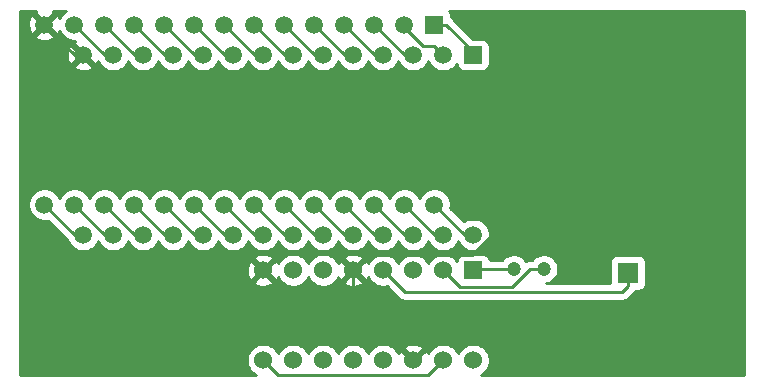
<source format=gbr>
G04 #@! TF.GenerationSoftware,KiCad,Pcbnew,(5.1.4-0-10_14)*
G04 #@! TF.CreationDate,2020-02-03T15:25:23+11:00*
G04 #@! TF.ProjectId,SmartWatch+,536d6172-7457-4617-9463-682b2e6b6963,rev?*
G04 #@! TF.SameCoordinates,Original*
G04 #@! TF.FileFunction,Copper,L1,Top*
G04 #@! TF.FilePolarity,Positive*
%FSLAX46Y46*%
G04 Gerber Fmt 4.6, Leading zero omitted, Abs format (unit mm)*
G04 Created by KiCad (PCBNEW (5.1.4-0-10_14)) date 2020-02-03 15:25:23*
%MOMM*%
%LPD*%
G04 APERTURE LIST*
%ADD10R,1.500000X1.500000*%
%ADD11C,1.500000*%
%ADD12R,1.524000X1.524000*%
%ADD13C,1.524000*%
%ADD14C,1.200000*%
%ADD15C,1.800000*%
%ADD16R,1.800000X1.800000*%
%ADD17C,0.250000*%
%ADD18C,0.254000*%
G04 APERTURE END LIST*
D10*
X56400700Y-22377400D03*
D11*
X53860700Y-22377400D03*
X51320700Y-22377400D03*
X48780700Y-22377400D03*
X46240700Y-22377400D03*
X43700700Y-22377400D03*
X41160700Y-22377400D03*
X38620700Y-22377400D03*
X36080700Y-22377400D03*
X33540700Y-22377400D03*
X31000700Y-22377400D03*
X28460700Y-22377400D03*
X25920700Y-22377400D03*
X23380700Y-22377400D03*
X23380700Y-37617400D03*
X25920700Y-37617400D03*
X28460700Y-37617400D03*
X31000700Y-37617400D03*
X33540700Y-37617400D03*
X36080700Y-37617400D03*
X38620700Y-37617400D03*
X41160700Y-37617400D03*
X43700700Y-37617400D03*
X46240700Y-37617400D03*
X48780700Y-37617400D03*
X51320700Y-37617400D03*
X53860700Y-37617400D03*
X56400700Y-37617400D03*
D10*
X59677300Y-24942800D03*
D11*
X57137300Y-24942800D03*
X54597300Y-24942800D03*
X52057300Y-24942800D03*
X49517300Y-24942800D03*
X46977300Y-24942800D03*
X44437300Y-24942800D03*
X41897300Y-24942800D03*
X39357300Y-24942800D03*
X36817300Y-24942800D03*
X34277300Y-24942800D03*
X31737300Y-24942800D03*
X29197300Y-24942800D03*
X26657300Y-24942800D03*
X26657300Y-40182800D03*
X29197300Y-40182800D03*
X31737300Y-40182800D03*
X34277300Y-40182800D03*
X36817300Y-40182800D03*
X39357300Y-40182800D03*
X41897300Y-40182800D03*
X44437300Y-40182800D03*
X46977300Y-40182800D03*
X49517300Y-40182800D03*
X52057300Y-40182800D03*
X54597300Y-40182800D03*
X57137300Y-40182800D03*
X59677300Y-40182800D03*
D12*
X59690000Y-43180000D03*
D13*
X57150000Y-43180000D03*
X54610000Y-43180000D03*
X52070000Y-43180000D03*
X49530000Y-43180000D03*
X46990000Y-43180000D03*
X44450000Y-43180000D03*
X41910000Y-43180000D03*
X41910000Y-50800000D03*
X44450000Y-50800000D03*
X46990000Y-50800000D03*
X49530000Y-50800000D03*
X52070000Y-50800000D03*
X54610000Y-50800000D03*
X57150000Y-50800000D03*
X59690000Y-50800000D03*
D14*
X63119000Y-43053000D03*
X65659000Y-43053000D03*
D15*
X72771000Y-26722000D03*
D16*
X72771000Y-43382000D03*
D17*
X59817000Y-43053000D02*
X59690000Y-43180000D01*
X63119000Y-43053000D02*
X59817000Y-43053000D01*
X58547000Y-44577000D02*
X57911999Y-43941999D01*
X62964002Y-44577000D02*
X58547000Y-44577000D01*
X64488002Y-43053000D02*
X62964002Y-44577000D01*
X57911999Y-43941999D02*
X57150000Y-43180000D01*
X65659000Y-43053000D02*
X64488002Y-43053000D01*
X25946100Y-24942800D02*
X26657300Y-24942800D01*
X23380700Y-22377400D02*
X25946100Y-24942800D01*
X42671999Y-42418001D02*
X41910000Y-43180000D01*
X43307000Y-41783000D02*
X42671999Y-42418001D01*
X48133000Y-41783000D02*
X43307000Y-41783000D01*
X49530000Y-43180000D02*
X48133000Y-41783000D01*
X49530000Y-45720000D02*
X54610000Y-50800000D01*
X49530000Y-43180000D02*
X49530000Y-45720000D01*
X59541102Y-41910000D02*
X50800000Y-41910000D01*
X50291999Y-42418001D02*
X49530000Y-43180000D01*
X50800000Y-41910000D02*
X50291999Y-42418001D01*
X72771000Y-28680102D02*
X59541102Y-41910000D01*
X72771000Y-26722000D02*
X72771000Y-28680102D01*
X28436500Y-26722000D02*
X72771000Y-26722000D01*
X26657300Y-24942800D02*
X28436500Y-26722000D01*
X52831999Y-43941999D02*
X52070000Y-43180000D01*
X53917010Y-45027010D02*
X52831999Y-43941999D01*
X72275990Y-45027010D02*
X53917010Y-45027010D01*
X72771000Y-44532000D02*
X72275990Y-45027010D01*
X72771000Y-43382000D02*
X72771000Y-44532000D01*
X56388001Y-51561999D02*
X57150000Y-50800000D01*
X55880000Y-52070000D02*
X56388001Y-51561999D01*
X43180000Y-52070000D02*
X55880000Y-52070000D01*
X41910000Y-50800000D02*
X43180000Y-52070000D01*
X25946100Y-40182800D02*
X26657300Y-40182800D01*
X23380700Y-37617400D02*
X25946100Y-40182800D01*
X28486100Y-40182800D02*
X29197300Y-40182800D01*
X25920700Y-37617400D02*
X28486100Y-40182800D01*
X31026100Y-40182800D02*
X31737300Y-40182800D01*
X28460700Y-37617400D02*
X31026100Y-40182800D01*
X33566100Y-40182800D02*
X34277300Y-40182800D01*
X31000700Y-37617400D02*
X33566100Y-40182800D01*
X36106100Y-40182800D02*
X36817300Y-40182800D01*
X33540700Y-37617400D02*
X36106100Y-40182800D01*
X38646100Y-40182800D02*
X39357300Y-40182800D01*
X36080700Y-37617400D02*
X38646100Y-40182800D01*
X41186100Y-40182800D02*
X41897300Y-40182800D01*
X38620700Y-37617400D02*
X41186100Y-40182800D01*
X43726100Y-40182800D02*
X44437300Y-40182800D01*
X41160700Y-37617400D02*
X43726100Y-40182800D01*
X46266100Y-40182800D02*
X46977300Y-40182800D01*
X43700700Y-37617400D02*
X46266100Y-40182800D01*
X48806100Y-40182800D02*
X49517300Y-40182800D01*
X46240700Y-37617400D02*
X48806100Y-40182800D01*
X51346100Y-40182800D02*
X52057300Y-40182800D01*
X48780700Y-37617400D02*
X51346100Y-40182800D01*
X53886100Y-40182800D02*
X54597300Y-40182800D01*
X51320700Y-37617400D02*
X53886100Y-40182800D01*
X56426100Y-40182800D02*
X57137300Y-40182800D01*
X53860700Y-37617400D02*
X56426100Y-40182800D01*
X58966100Y-40182800D02*
X59677300Y-40182800D01*
X56400700Y-37617400D02*
X58966100Y-40182800D01*
X28486100Y-24942800D02*
X29197300Y-24942800D01*
X25920700Y-22377400D02*
X28486100Y-24942800D01*
X31026100Y-24942800D02*
X31737300Y-24942800D01*
X28460700Y-22377400D02*
X31026100Y-24942800D01*
X33566100Y-24942800D02*
X34277300Y-24942800D01*
X31000700Y-22377400D02*
X33566100Y-24942800D01*
X36106100Y-24942800D02*
X36817300Y-24942800D01*
X33540700Y-22377400D02*
X36106100Y-24942800D01*
X38646100Y-24942800D02*
X39357300Y-24942800D01*
X36080700Y-22377400D02*
X38646100Y-24942800D01*
X41186100Y-24942800D02*
X41897300Y-24942800D01*
X38620700Y-22377400D02*
X41186100Y-24942800D01*
X43726100Y-24942800D02*
X44437300Y-24942800D01*
X41160700Y-22377400D02*
X43726100Y-24942800D01*
X46266100Y-24942800D02*
X46977300Y-24942800D01*
X43700700Y-22377400D02*
X46266100Y-24942800D01*
X48806100Y-24942800D02*
X49517300Y-24942800D01*
X46240700Y-22377400D02*
X48806100Y-24942800D01*
X51346100Y-24942800D02*
X52057300Y-24942800D01*
X48780700Y-22377400D02*
X51346100Y-24942800D01*
X53886100Y-24942800D02*
X54597300Y-24942800D01*
X51320700Y-22377400D02*
X53886100Y-24942800D01*
X56387301Y-24192801D02*
X57137300Y-24942800D01*
X55438303Y-24192801D02*
X56387301Y-24192801D01*
X53860700Y-22615198D02*
X55438303Y-24192801D01*
X53860700Y-22377400D02*
X53860700Y-22615198D01*
X59677300Y-24654000D02*
X59677300Y-24942800D01*
X57400700Y-22377400D02*
X59677300Y-24654000D01*
X56400700Y-22377400D02*
X57400700Y-22377400D01*
D18*
G36*
X22661071Y-21209850D02*
G01*
X22603312Y-21420407D01*
X23380700Y-22197795D01*
X24158088Y-21420407D01*
X24100649Y-21211016D01*
X25172084Y-21211885D01*
X25037814Y-21301601D01*
X24844901Y-21494514D01*
X24693329Y-21721357D01*
X24652189Y-21820679D01*
X24636977Y-21778568D01*
X24576560Y-21665537D01*
X24337693Y-21600012D01*
X23560305Y-22377400D01*
X24337693Y-23154788D01*
X24576560Y-23089263D01*
X24650864Y-22930923D01*
X24693329Y-23033443D01*
X24844901Y-23260286D01*
X25037814Y-23453199D01*
X25264657Y-23604771D01*
X25516711Y-23709175D01*
X25784289Y-23762400D01*
X25941196Y-23762400D01*
X25879912Y-23985807D01*
X26657300Y-24763195D01*
X26671443Y-24749053D01*
X26851048Y-24928658D01*
X26836905Y-24942800D01*
X27614293Y-25720188D01*
X27853160Y-25654663D01*
X27927464Y-25496323D01*
X27969929Y-25598843D01*
X28121501Y-25825686D01*
X28314414Y-26018599D01*
X28541257Y-26170171D01*
X28793311Y-26274575D01*
X29060889Y-26327800D01*
X29333711Y-26327800D01*
X29601289Y-26274575D01*
X29853343Y-26170171D01*
X30080186Y-26018599D01*
X30273099Y-25825686D01*
X30424671Y-25598843D01*
X30467300Y-25495927D01*
X30509929Y-25598843D01*
X30661501Y-25825686D01*
X30854414Y-26018599D01*
X31081257Y-26170171D01*
X31333311Y-26274575D01*
X31600889Y-26327800D01*
X31873711Y-26327800D01*
X32141289Y-26274575D01*
X32393343Y-26170171D01*
X32620186Y-26018599D01*
X32813099Y-25825686D01*
X32964671Y-25598843D01*
X33007300Y-25495927D01*
X33049929Y-25598843D01*
X33201501Y-25825686D01*
X33394414Y-26018599D01*
X33621257Y-26170171D01*
X33873311Y-26274575D01*
X34140889Y-26327800D01*
X34413711Y-26327800D01*
X34681289Y-26274575D01*
X34933343Y-26170171D01*
X35160186Y-26018599D01*
X35353099Y-25825686D01*
X35504671Y-25598843D01*
X35547300Y-25495927D01*
X35589929Y-25598843D01*
X35741501Y-25825686D01*
X35934414Y-26018599D01*
X36161257Y-26170171D01*
X36413311Y-26274575D01*
X36680889Y-26327800D01*
X36953711Y-26327800D01*
X37221289Y-26274575D01*
X37473343Y-26170171D01*
X37700186Y-26018599D01*
X37893099Y-25825686D01*
X38044671Y-25598843D01*
X38087300Y-25495927D01*
X38129929Y-25598843D01*
X38281501Y-25825686D01*
X38474414Y-26018599D01*
X38701257Y-26170171D01*
X38953311Y-26274575D01*
X39220889Y-26327800D01*
X39493711Y-26327800D01*
X39761289Y-26274575D01*
X40013343Y-26170171D01*
X40240186Y-26018599D01*
X40433099Y-25825686D01*
X40584671Y-25598843D01*
X40627300Y-25495927D01*
X40669929Y-25598843D01*
X40821501Y-25825686D01*
X41014414Y-26018599D01*
X41241257Y-26170171D01*
X41493311Y-26274575D01*
X41760889Y-26327800D01*
X42033711Y-26327800D01*
X42301289Y-26274575D01*
X42553343Y-26170171D01*
X42780186Y-26018599D01*
X42973099Y-25825686D01*
X43124671Y-25598843D01*
X43167300Y-25495927D01*
X43209929Y-25598843D01*
X43361501Y-25825686D01*
X43554414Y-26018599D01*
X43781257Y-26170171D01*
X44033311Y-26274575D01*
X44300889Y-26327800D01*
X44573711Y-26327800D01*
X44841289Y-26274575D01*
X45093343Y-26170171D01*
X45320186Y-26018599D01*
X45513099Y-25825686D01*
X45664671Y-25598843D01*
X45707300Y-25495927D01*
X45749929Y-25598843D01*
X45901501Y-25825686D01*
X46094414Y-26018599D01*
X46321257Y-26170171D01*
X46573311Y-26274575D01*
X46840889Y-26327800D01*
X47113711Y-26327800D01*
X47381289Y-26274575D01*
X47633343Y-26170171D01*
X47860186Y-26018599D01*
X48053099Y-25825686D01*
X48204671Y-25598843D01*
X48247300Y-25495927D01*
X48289929Y-25598843D01*
X48441501Y-25825686D01*
X48634414Y-26018599D01*
X48861257Y-26170171D01*
X49113311Y-26274575D01*
X49380889Y-26327800D01*
X49653711Y-26327800D01*
X49921289Y-26274575D01*
X50173343Y-26170171D01*
X50400186Y-26018599D01*
X50593099Y-25825686D01*
X50744671Y-25598843D01*
X50787300Y-25495927D01*
X50829929Y-25598843D01*
X50981501Y-25825686D01*
X51174414Y-26018599D01*
X51401257Y-26170171D01*
X51653311Y-26274575D01*
X51920889Y-26327800D01*
X52193711Y-26327800D01*
X52461289Y-26274575D01*
X52713343Y-26170171D01*
X52940186Y-26018599D01*
X53133099Y-25825686D01*
X53284671Y-25598843D01*
X53327300Y-25495927D01*
X53369929Y-25598843D01*
X53521501Y-25825686D01*
X53714414Y-26018599D01*
X53941257Y-26170171D01*
X54193311Y-26274575D01*
X54460889Y-26327800D01*
X54733711Y-26327800D01*
X55001289Y-26274575D01*
X55253343Y-26170171D01*
X55480186Y-26018599D01*
X55673099Y-25825686D01*
X55824671Y-25598843D01*
X55867300Y-25495927D01*
X55909929Y-25598843D01*
X56061501Y-25825686D01*
X56254414Y-26018599D01*
X56481257Y-26170171D01*
X56733311Y-26274575D01*
X57000889Y-26327800D01*
X57273711Y-26327800D01*
X57541289Y-26274575D01*
X57793343Y-26170171D01*
X58020186Y-26018599D01*
X58213099Y-25825686D01*
X58290855Y-25709317D01*
X58301488Y-25817282D01*
X58337798Y-25936980D01*
X58396763Y-26047294D01*
X58476115Y-26143985D01*
X58572806Y-26223337D01*
X58683120Y-26282302D01*
X58802818Y-26318612D01*
X58927300Y-26330872D01*
X60427300Y-26330872D01*
X60551782Y-26318612D01*
X60671480Y-26282302D01*
X60781794Y-26223337D01*
X60878485Y-26143985D01*
X60957837Y-26047294D01*
X61016802Y-25936980D01*
X61053112Y-25817282D01*
X61065372Y-25692800D01*
X61065372Y-24192800D01*
X61053112Y-24068318D01*
X61016802Y-23948620D01*
X60957837Y-23838306D01*
X60878485Y-23741615D01*
X60781794Y-23662263D01*
X60671480Y-23603298D01*
X60551782Y-23566988D01*
X60427300Y-23554728D01*
X59652830Y-23554728D01*
X57964504Y-21866403D01*
X57940701Y-21837399D01*
X57824976Y-21742426D01*
X57788772Y-21723074D01*
X57788772Y-21627400D01*
X57776512Y-21502918D01*
X57740202Y-21383220D01*
X57681237Y-21272906D01*
X57652760Y-21238206D01*
X82627001Y-21258445D01*
X82627000Y-52020555D01*
X60350291Y-52038600D01*
X60351727Y-52038005D01*
X60580535Y-51885120D01*
X60775120Y-51690535D01*
X60928005Y-51461727D01*
X61033314Y-51207490D01*
X61087000Y-50937592D01*
X61087000Y-50662408D01*
X61033314Y-50392510D01*
X60928005Y-50138273D01*
X60775120Y-49909465D01*
X60580535Y-49714880D01*
X60351727Y-49561995D01*
X60097490Y-49456686D01*
X59827592Y-49403000D01*
X59552408Y-49403000D01*
X59282510Y-49456686D01*
X59028273Y-49561995D01*
X58799465Y-49714880D01*
X58604880Y-49909465D01*
X58451995Y-50138273D01*
X58420000Y-50215515D01*
X58388005Y-50138273D01*
X58235120Y-49909465D01*
X58040535Y-49714880D01*
X57811727Y-49561995D01*
X57557490Y-49456686D01*
X57287592Y-49403000D01*
X57012408Y-49403000D01*
X56742510Y-49456686D01*
X56488273Y-49561995D01*
X56259465Y-49714880D01*
X56064880Y-49909465D01*
X55911995Y-50138273D01*
X55882308Y-50209943D01*
X55877636Y-50196977D01*
X55815656Y-50081020D01*
X55575565Y-50014040D01*
X54789605Y-50800000D01*
X54803748Y-50814143D01*
X54624143Y-50993748D01*
X54610000Y-50979605D01*
X54595858Y-50993748D01*
X54416253Y-50814143D01*
X54430395Y-50800000D01*
X53644435Y-50014040D01*
X53404344Y-50081020D01*
X53340515Y-50216760D01*
X53308005Y-50138273D01*
X53155120Y-49909465D01*
X53080090Y-49834435D01*
X53824040Y-49834435D01*
X54610000Y-50620395D01*
X55395960Y-49834435D01*
X55328980Y-49594344D01*
X55079952Y-49477244D01*
X54812865Y-49410977D01*
X54537983Y-49398090D01*
X54265867Y-49439078D01*
X54006977Y-49532364D01*
X53891020Y-49594344D01*
X53824040Y-49834435D01*
X53080090Y-49834435D01*
X52960535Y-49714880D01*
X52731727Y-49561995D01*
X52477490Y-49456686D01*
X52207592Y-49403000D01*
X51932408Y-49403000D01*
X51662510Y-49456686D01*
X51408273Y-49561995D01*
X51179465Y-49714880D01*
X50984880Y-49909465D01*
X50831995Y-50138273D01*
X50800000Y-50215515D01*
X50768005Y-50138273D01*
X50615120Y-49909465D01*
X50420535Y-49714880D01*
X50191727Y-49561995D01*
X49937490Y-49456686D01*
X49667592Y-49403000D01*
X49392408Y-49403000D01*
X49122510Y-49456686D01*
X48868273Y-49561995D01*
X48639465Y-49714880D01*
X48444880Y-49909465D01*
X48291995Y-50138273D01*
X48260000Y-50215515D01*
X48228005Y-50138273D01*
X48075120Y-49909465D01*
X47880535Y-49714880D01*
X47651727Y-49561995D01*
X47397490Y-49456686D01*
X47127592Y-49403000D01*
X46852408Y-49403000D01*
X46582510Y-49456686D01*
X46328273Y-49561995D01*
X46099465Y-49714880D01*
X45904880Y-49909465D01*
X45751995Y-50138273D01*
X45720000Y-50215515D01*
X45688005Y-50138273D01*
X45535120Y-49909465D01*
X45340535Y-49714880D01*
X45111727Y-49561995D01*
X44857490Y-49456686D01*
X44587592Y-49403000D01*
X44312408Y-49403000D01*
X44042510Y-49456686D01*
X43788273Y-49561995D01*
X43559465Y-49714880D01*
X43364880Y-49909465D01*
X43211995Y-50138273D01*
X43180000Y-50215515D01*
X43148005Y-50138273D01*
X42995120Y-49909465D01*
X42800535Y-49714880D01*
X42571727Y-49561995D01*
X42317490Y-49456686D01*
X42047592Y-49403000D01*
X41772408Y-49403000D01*
X41502510Y-49456686D01*
X41248273Y-49561995D01*
X41019465Y-49714880D01*
X40824880Y-49909465D01*
X40671995Y-50138273D01*
X40566686Y-50392510D01*
X40513000Y-50662408D01*
X40513000Y-50937592D01*
X40566686Y-51207490D01*
X40671995Y-51461727D01*
X40824880Y-51690535D01*
X41019465Y-51885120D01*
X41248273Y-52038005D01*
X41286990Y-52054042D01*
X21284940Y-52070245D01*
X21291183Y-44145565D01*
X41124040Y-44145565D01*
X41191020Y-44385656D01*
X41440048Y-44502756D01*
X41707135Y-44569023D01*
X41982017Y-44581910D01*
X42254133Y-44540922D01*
X42513023Y-44447636D01*
X42628980Y-44385656D01*
X42695960Y-44145565D01*
X41910000Y-43359605D01*
X41124040Y-44145565D01*
X21291183Y-44145565D01*
X21291888Y-43252017D01*
X40508090Y-43252017D01*
X40549078Y-43524133D01*
X40642364Y-43783023D01*
X40704344Y-43898980D01*
X40944435Y-43965960D01*
X41730395Y-43180000D01*
X42089605Y-43180000D01*
X42875565Y-43965960D01*
X43115656Y-43898980D01*
X43179485Y-43763240D01*
X43211995Y-43841727D01*
X43364880Y-44070535D01*
X43559465Y-44265120D01*
X43788273Y-44418005D01*
X44042510Y-44523314D01*
X44312408Y-44577000D01*
X44587592Y-44577000D01*
X44857490Y-44523314D01*
X45111727Y-44418005D01*
X45340535Y-44265120D01*
X45535120Y-44070535D01*
X45688005Y-43841727D01*
X45720000Y-43764485D01*
X45751995Y-43841727D01*
X45904880Y-44070535D01*
X46099465Y-44265120D01*
X46328273Y-44418005D01*
X46582510Y-44523314D01*
X46852408Y-44577000D01*
X47127592Y-44577000D01*
X47397490Y-44523314D01*
X47651727Y-44418005D01*
X47880535Y-44265120D01*
X48000090Y-44145565D01*
X48744040Y-44145565D01*
X48811020Y-44385656D01*
X49060048Y-44502756D01*
X49327135Y-44569023D01*
X49602017Y-44581910D01*
X49874133Y-44540922D01*
X50133023Y-44447636D01*
X50248980Y-44385656D01*
X50315960Y-44145565D01*
X49530000Y-43359605D01*
X48744040Y-44145565D01*
X48000090Y-44145565D01*
X48075120Y-44070535D01*
X48228005Y-43841727D01*
X48257692Y-43770057D01*
X48262364Y-43783023D01*
X48324344Y-43898980D01*
X48564435Y-43965960D01*
X49350395Y-43180000D01*
X49709605Y-43180000D01*
X50495565Y-43965960D01*
X50735656Y-43898980D01*
X50799485Y-43763240D01*
X50831995Y-43841727D01*
X50984880Y-44070535D01*
X51179465Y-44265120D01*
X51408273Y-44418005D01*
X51662510Y-44523314D01*
X51932408Y-44577000D01*
X52207592Y-44577000D01*
X52361571Y-44546372D01*
X53353211Y-45538013D01*
X53377009Y-45567011D01*
X53492734Y-45661984D01*
X53624763Y-45732556D01*
X53768024Y-45776013D01*
X53879677Y-45787010D01*
X53879686Y-45787010D01*
X53917009Y-45790686D01*
X53954332Y-45787010D01*
X72238668Y-45787010D01*
X72275990Y-45790686D01*
X72313312Y-45787010D01*
X72313323Y-45787010D01*
X72424976Y-45776013D01*
X72568237Y-45732556D01*
X72700266Y-45661984D01*
X72815991Y-45567011D01*
X72839794Y-45538007D01*
X73281997Y-45095804D01*
X73311001Y-45072001D01*
X73405974Y-44956276D01*
X73425326Y-44920072D01*
X73671000Y-44920072D01*
X73795482Y-44907812D01*
X73915180Y-44871502D01*
X74025494Y-44812537D01*
X74122185Y-44733185D01*
X74201537Y-44636494D01*
X74260502Y-44526180D01*
X74296812Y-44406482D01*
X74309072Y-44282000D01*
X74309072Y-42482000D01*
X74296812Y-42357518D01*
X74260502Y-42237820D01*
X74201537Y-42127506D01*
X74122185Y-42030815D01*
X74025494Y-41951463D01*
X73915180Y-41892498D01*
X73795482Y-41856188D01*
X73671000Y-41843928D01*
X71871000Y-41843928D01*
X71746518Y-41856188D01*
X71626820Y-41892498D01*
X71516506Y-41951463D01*
X71419815Y-42030815D01*
X71340463Y-42127506D01*
X71281498Y-42237820D01*
X71245188Y-42357518D01*
X71232928Y-42482000D01*
X71232928Y-44267010D01*
X65886162Y-44267010D01*
X66019236Y-44240540D01*
X66243992Y-44147443D01*
X66446267Y-44012287D01*
X66618287Y-43840267D01*
X66753443Y-43637992D01*
X66846540Y-43413236D01*
X66894000Y-43174637D01*
X66894000Y-42931363D01*
X66846540Y-42692764D01*
X66753443Y-42468008D01*
X66618287Y-42265733D01*
X66446267Y-42093713D01*
X66243992Y-41958557D01*
X66019236Y-41865460D01*
X65780637Y-41818000D01*
X65537363Y-41818000D01*
X65298764Y-41865460D01*
X65074008Y-41958557D01*
X64871733Y-42093713D01*
X64699713Y-42265733D01*
X64681494Y-42293000D01*
X64525324Y-42293000D01*
X64488001Y-42289324D01*
X64450678Y-42293000D01*
X64450669Y-42293000D01*
X64339016Y-42303997D01*
X64195755Y-42347454D01*
X64149435Y-42372213D01*
X64078287Y-42265733D01*
X63906267Y-42093713D01*
X63703992Y-41958557D01*
X63479236Y-41865460D01*
X63240637Y-41818000D01*
X62997363Y-41818000D01*
X62758764Y-41865460D01*
X62534008Y-41958557D01*
X62331733Y-42093713D01*
X62159713Y-42265733D01*
X62141494Y-42293000D01*
X61077655Y-42293000D01*
X61041502Y-42173820D01*
X60982537Y-42063506D01*
X60903185Y-41966815D01*
X60806494Y-41887463D01*
X60696180Y-41828498D01*
X60576482Y-41792188D01*
X60452000Y-41779928D01*
X58928000Y-41779928D01*
X58803518Y-41792188D01*
X58683820Y-41828498D01*
X58573506Y-41887463D01*
X58476815Y-41966815D01*
X58397463Y-42063506D01*
X58338498Y-42173820D01*
X58302188Y-42293518D01*
X58293920Y-42377465D01*
X58235120Y-42289465D01*
X58040535Y-42094880D01*
X57811727Y-41941995D01*
X57557490Y-41836686D01*
X57287592Y-41783000D01*
X57012408Y-41783000D01*
X56742510Y-41836686D01*
X56488273Y-41941995D01*
X56259465Y-42094880D01*
X56064880Y-42289465D01*
X55911995Y-42518273D01*
X55880000Y-42595515D01*
X55848005Y-42518273D01*
X55695120Y-42289465D01*
X55500535Y-42094880D01*
X55271727Y-41941995D01*
X55017490Y-41836686D01*
X54747592Y-41783000D01*
X54472408Y-41783000D01*
X54202510Y-41836686D01*
X53948273Y-41941995D01*
X53719465Y-42094880D01*
X53524880Y-42289465D01*
X53371995Y-42518273D01*
X53340000Y-42595515D01*
X53308005Y-42518273D01*
X53155120Y-42289465D01*
X52960535Y-42094880D01*
X52731727Y-41941995D01*
X52477490Y-41836686D01*
X52207592Y-41783000D01*
X51932408Y-41783000D01*
X51662510Y-41836686D01*
X51408273Y-41941995D01*
X51179465Y-42094880D01*
X50984880Y-42289465D01*
X50831995Y-42518273D01*
X50802308Y-42589943D01*
X50797636Y-42576977D01*
X50735656Y-42461020D01*
X50495565Y-42394040D01*
X49709605Y-43180000D01*
X49350395Y-43180000D01*
X48564435Y-42394040D01*
X48324344Y-42461020D01*
X48260515Y-42596760D01*
X48228005Y-42518273D01*
X48075120Y-42289465D01*
X48000090Y-42214435D01*
X48744040Y-42214435D01*
X49530000Y-43000395D01*
X50315960Y-42214435D01*
X50248980Y-41974344D01*
X49999952Y-41857244D01*
X49732865Y-41790977D01*
X49457983Y-41778090D01*
X49185867Y-41819078D01*
X48926977Y-41912364D01*
X48811020Y-41974344D01*
X48744040Y-42214435D01*
X48000090Y-42214435D01*
X47880535Y-42094880D01*
X47651727Y-41941995D01*
X47397490Y-41836686D01*
X47127592Y-41783000D01*
X46852408Y-41783000D01*
X46582510Y-41836686D01*
X46328273Y-41941995D01*
X46099465Y-42094880D01*
X45904880Y-42289465D01*
X45751995Y-42518273D01*
X45720000Y-42595515D01*
X45688005Y-42518273D01*
X45535120Y-42289465D01*
X45340535Y-42094880D01*
X45111727Y-41941995D01*
X44857490Y-41836686D01*
X44587592Y-41783000D01*
X44312408Y-41783000D01*
X44042510Y-41836686D01*
X43788273Y-41941995D01*
X43559465Y-42094880D01*
X43364880Y-42289465D01*
X43211995Y-42518273D01*
X43182308Y-42589943D01*
X43177636Y-42576977D01*
X43115656Y-42461020D01*
X42875565Y-42394040D01*
X42089605Y-43180000D01*
X41730395Y-43180000D01*
X40944435Y-42394040D01*
X40704344Y-42461020D01*
X40587244Y-42710048D01*
X40520977Y-42977135D01*
X40508090Y-43252017D01*
X21291888Y-43252017D01*
X21292705Y-42214435D01*
X41124040Y-42214435D01*
X41910000Y-43000395D01*
X42695960Y-42214435D01*
X42628980Y-41974344D01*
X42379952Y-41857244D01*
X42112865Y-41790977D01*
X41837983Y-41778090D01*
X41565867Y-41819078D01*
X41306977Y-41912364D01*
X41191020Y-41974344D01*
X41124040Y-42214435D01*
X21292705Y-42214435D01*
X21296436Y-37480989D01*
X21995700Y-37480989D01*
X21995700Y-37753811D01*
X22048925Y-38021389D01*
X22153329Y-38273443D01*
X22304901Y-38500286D01*
X22497814Y-38693199D01*
X22724657Y-38844771D01*
X22976711Y-38949175D01*
X23244289Y-39002400D01*
X23517111Y-39002400D01*
X23662065Y-38973567D01*
X25361049Y-40672552D01*
X25429929Y-40838843D01*
X25581501Y-41065686D01*
X25774414Y-41258599D01*
X26001257Y-41410171D01*
X26253311Y-41514575D01*
X26520889Y-41567800D01*
X26793711Y-41567800D01*
X27061289Y-41514575D01*
X27313343Y-41410171D01*
X27540186Y-41258599D01*
X27733099Y-41065686D01*
X27884671Y-40838843D01*
X27927300Y-40735927D01*
X27969929Y-40838843D01*
X28121501Y-41065686D01*
X28314414Y-41258599D01*
X28541257Y-41410171D01*
X28793311Y-41514575D01*
X29060889Y-41567800D01*
X29333711Y-41567800D01*
X29601289Y-41514575D01*
X29853343Y-41410171D01*
X30080186Y-41258599D01*
X30273099Y-41065686D01*
X30424671Y-40838843D01*
X30467300Y-40735927D01*
X30509929Y-40838843D01*
X30661501Y-41065686D01*
X30854414Y-41258599D01*
X31081257Y-41410171D01*
X31333311Y-41514575D01*
X31600889Y-41567800D01*
X31873711Y-41567800D01*
X32141289Y-41514575D01*
X32393343Y-41410171D01*
X32620186Y-41258599D01*
X32813099Y-41065686D01*
X32964671Y-40838843D01*
X33007300Y-40735927D01*
X33049929Y-40838843D01*
X33201501Y-41065686D01*
X33394414Y-41258599D01*
X33621257Y-41410171D01*
X33873311Y-41514575D01*
X34140889Y-41567800D01*
X34413711Y-41567800D01*
X34681289Y-41514575D01*
X34933343Y-41410171D01*
X35160186Y-41258599D01*
X35353099Y-41065686D01*
X35504671Y-40838843D01*
X35547300Y-40735927D01*
X35589929Y-40838843D01*
X35741501Y-41065686D01*
X35934414Y-41258599D01*
X36161257Y-41410171D01*
X36413311Y-41514575D01*
X36680889Y-41567800D01*
X36953711Y-41567800D01*
X37221289Y-41514575D01*
X37473343Y-41410171D01*
X37700186Y-41258599D01*
X37893099Y-41065686D01*
X38044671Y-40838843D01*
X38087300Y-40735927D01*
X38129929Y-40838843D01*
X38281501Y-41065686D01*
X38474414Y-41258599D01*
X38701257Y-41410171D01*
X38953311Y-41514575D01*
X39220889Y-41567800D01*
X39493711Y-41567800D01*
X39761289Y-41514575D01*
X40013343Y-41410171D01*
X40240186Y-41258599D01*
X40433099Y-41065686D01*
X40584671Y-40838843D01*
X40627300Y-40735927D01*
X40669929Y-40838843D01*
X40821501Y-41065686D01*
X41014414Y-41258599D01*
X41241257Y-41410171D01*
X41493311Y-41514575D01*
X41760889Y-41567800D01*
X42033711Y-41567800D01*
X42301289Y-41514575D01*
X42553343Y-41410171D01*
X42780186Y-41258599D01*
X42973099Y-41065686D01*
X43124671Y-40838843D01*
X43167300Y-40735927D01*
X43209929Y-40838843D01*
X43361501Y-41065686D01*
X43554414Y-41258599D01*
X43781257Y-41410171D01*
X44033311Y-41514575D01*
X44300889Y-41567800D01*
X44573711Y-41567800D01*
X44841289Y-41514575D01*
X45093343Y-41410171D01*
X45320186Y-41258599D01*
X45513099Y-41065686D01*
X45664671Y-40838843D01*
X45707300Y-40735927D01*
X45749929Y-40838843D01*
X45901501Y-41065686D01*
X46094414Y-41258599D01*
X46321257Y-41410171D01*
X46573311Y-41514575D01*
X46840889Y-41567800D01*
X47113711Y-41567800D01*
X47381289Y-41514575D01*
X47633343Y-41410171D01*
X47860186Y-41258599D01*
X48053099Y-41065686D01*
X48204671Y-40838843D01*
X48247300Y-40735927D01*
X48289929Y-40838843D01*
X48441501Y-41065686D01*
X48634414Y-41258599D01*
X48861257Y-41410171D01*
X49113311Y-41514575D01*
X49380889Y-41567800D01*
X49653711Y-41567800D01*
X49921289Y-41514575D01*
X50173343Y-41410171D01*
X50400186Y-41258599D01*
X50593099Y-41065686D01*
X50744671Y-40838843D01*
X50787300Y-40735927D01*
X50829929Y-40838843D01*
X50981501Y-41065686D01*
X51174414Y-41258599D01*
X51401257Y-41410171D01*
X51653311Y-41514575D01*
X51920889Y-41567800D01*
X52193711Y-41567800D01*
X52461289Y-41514575D01*
X52713343Y-41410171D01*
X52940186Y-41258599D01*
X53133099Y-41065686D01*
X53284671Y-40838843D01*
X53327300Y-40735927D01*
X53369929Y-40838843D01*
X53521501Y-41065686D01*
X53714414Y-41258599D01*
X53941257Y-41410171D01*
X54193311Y-41514575D01*
X54460889Y-41567800D01*
X54733711Y-41567800D01*
X55001289Y-41514575D01*
X55253343Y-41410171D01*
X55480186Y-41258599D01*
X55673099Y-41065686D01*
X55824671Y-40838843D01*
X55867300Y-40735927D01*
X55909929Y-40838843D01*
X56061501Y-41065686D01*
X56254414Y-41258599D01*
X56481257Y-41410171D01*
X56733311Y-41514575D01*
X57000889Y-41567800D01*
X57273711Y-41567800D01*
X57541289Y-41514575D01*
X57793343Y-41410171D01*
X58020186Y-41258599D01*
X58213099Y-41065686D01*
X58364671Y-40838843D01*
X58407300Y-40735927D01*
X58449929Y-40838843D01*
X58601501Y-41065686D01*
X58794414Y-41258599D01*
X59021257Y-41410171D01*
X59273311Y-41514575D01*
X59540889Y-41567800D01*
X59813711Y-41567800D01*
X60081289Y-41514575D01*
X60333343Y-41410171D01*
X60560186Y-41258599D01*
X60753099Y-41065686D01*
X60904671Y-40838843D01*
X61009075Y-40586789D01*
X61062300Y-40319211D01*
X61062300Y-40046389D01*
X61009075Y-39778811D01*
X60904671Y-39526757D01*
X60753099Y-39299914D01*
X60560186Y-39107001D01*
X60333343Y-38955429D01*
X60081289Y-38851025D01*
X59813711Y-38797800D01*
X59540889Y-38797800D01*
X59273311Y-38851025D01*
X59021257Y-38955429D01*
X58896735Y-39038632D01*
X57756867Y-37898765D01*
X57785700Y-37753811D01*
X57785700Y-37480989D01*
X57732475Y-37213411D01*
X57628071Y-36961357D01*
X57476499Y-36734514D01*
X57283586Y-36541601D01*
X57056743Y-36390029D01*
X56804689Y-36285625D01*
X56537111Y-36232400D01*
X56264289Y-36232400D01*
X55996711Y-36285625D01*
X55744657Y-36390029D01*
X55517814Y-36541601D01*
X55324901Y-36734514D01*
X55173329Y-36961357D01*
X55130700Y-37064273D01*
X55088071Y-36961357D01*
X54936499Y-36734514D01*
X54743586Y-36541601D01*
X54516743Y-36390029D01*
X54264689Y-36285625D01*
X53997111Y-36232400D01*
X53724289Y-36232400D01*
X53456711Y-36285625D01*
X53204657Y-36390029D01*
X52977814Y-36541601D01*
X52784901Y-36734514D01*
X52633329Y-36961357D01*
X52590700Y-37064273D01*
X52548071Y-36961357D01*
X52396499Y-36734514D01*
X52203586Y-36541601D01*
X51976743Y-36390029D01*
X51724689Y-36285625D01*
X51457111Y-36232400D01*
X51184289Y-36232400D01*
X50916711Y-36285625D01*
X50664657Y-36390029D01*
X50437814Y-36541601D01*
X50244901Y-36734514D01*
X50093329Y-36961357D01*
X50050700Y-37064273D01*
X50008071Y-36961357D01*
X49856499Y-36734514D01*
X49663586Y-36541601D01*
X49436743Y-36390029D01*
X49184689Y-36285625D01*
X48917111Y-36232400D01*
X48644289Y-36232400D01*
X48376711Y-36285625D01*
X48124657Y-36390029D01*
X47897814Y-36541601D01*
X47704901Y-36734514D01*
X47553329Y-36961357D01*
X47510700Y-37064273D01*
X47468071Y-36961357D01*
X47316499Y-36734514D01*
X47123586Y-36541601D01*
X46896743Y-36390029D01*
X46644689Y-36285625D01*
X46377111Y-36232400D01*
X46104289Y-36232400D01*
X45836711Y-36285625D01*
X45584657Y-36390029D01*
X45357814Y-36541601D01*
X45164901Y-36734514D01*
X45013329Y-36961357D01*
X44970700Y-37064273D01*
X44928071Y-36961357D01*
X44776499Y-36734514D01*
X44583586Y-36541601D01*
X44356743Y-36390029D01*
X44104689Y-36285625D01*
X43837111Y-36232400D01*
X43564289Y-36232400D01*
X43296711Y-36285625D01*
X43044657Y-36390029D01*
X42817814Y-36541601D01*
X42624901Y-36734514D01*
X42473329Y-36961357D01*
X42430700Y-37064273D01*
X42388071Y-36961357D01*
X42236499Y-36734514D01*
X42043586Y-36541601D01*
X41816743Y-36390029D01*
X41564689Y-36285625D01*
X41297111Y-36232400D01*
X41024289Y-36232400D01*
X40756711Y-36285625D01*
X40504657Y-36390029D01*
X40277814Y-36541601D01*
X40084901Y-36734514D01*
X39933329Y-36961357D01*
X39890700Y-37064273D01*
X39848071Y-36961357D01*
X39696499Y-36734514D01*
X39503586Y-36541601D01*
X39276743Y-36390029D01*
X39024689Y-36285625D01*
X38757111Y-36232400D01*
X38484289Y-36232400D01*
X38216711Y-36285625D01*
X37964657Y-36390029D01*
X37737814Y-36541601D01*
X37544901Y-36734514D01*
X37393329Y-36961357D01*
X37350700Y-37064273D01*
X37308071Y-36961357D01*
X37156499Y-36734514D01*
X36963586Y-36541601D01*
X36736743Y-36390029D01*
X36484689Y-36285625D01*
X36217111Y-36232400D01*
X35944289Y-36232400D01*
X35676711Y-36285625D01*
X35424657Y-36390029D01*
X35197814Y-36541601D01*
X35004901Y-36734514D01*
X34853329Y-36961357D01*
X34810700Y-37064273D01*
X34768071Y-36961357D01*
X34616499Y-36734514D01*
X34423586Y-36541601D01*
X34196743Y-36390029D01*
X33944689Y-36285625D01*
X33677111Y-36232400D01*
X33404289Y-36232400D01*
X33136711Y-36285625D01*
X32884657Y-36390029D01*
X32657814Y-36541601D01*
X32464901Y-36734514D01*
X32313329Y-36961357D01*
X32270700Y-37064273D01*
X32228071Y-36961357D01*
X32076499Y-36734514D01*
X31883586Y-36541601D01*
X31656743Y-36390029D01*
X31404689Y-36285625D01*
X31137111Y-36232400D01*
X30864289Y-36232400D01*
X30596711Y-36285625D01*
X30344657Y-36390029D01*
X30117814Y-36541601D01*
X29924901Y-36734514D01*
X29773329Y-36961357D01*
X29730700Y-37064273D01*
X29688071Y-36961357D01*
X29536499Y-36734514D01*
X29343586Y-36541601D01*
X29116743Y-36390029D01*
X28864689Y-36285625D01*
X28597111Y-36232400D01*
X28324289Y-36232400D01*
X28056711Y-36285625D01*
X27804657Y-36390029D01*
X27577814Y-36541601D01*
X27384901Y-36734514D01*
X27233329Y-36961357D01*
X27190700Y-37064273D01*
X27148071Y-36961357D01*
X26996499Y-36734514D01*
X26803586Y-36541601D01*
X26576743Y-36390029D01*
X26324689Y-36285625D01*
X26057111Y-36232400D01*
X25784289Y-36232400D01*
X25516711Y-36285625D01*
X25264657Y-36390029D01*
X25037814Y-36541601D01*
X24844901Y-36734514D01*
X24693329Y-36961357D01*
X24650700Y-37064273D01*
X24608071Y-36961357D01*
X24456499Y-36734514D01*
X24263586Y-36541601D01*
X24036743Y-36390029D01*
X23784689Y-36285625D01*
X23517111Y-36232400D01*
X23244289Y-36232400D01*
X22976711Y-36285625D01*
X22724657Y-36390029D01*
X22497814Y-36541601D01*
X22304901Y-36734514D01*
X22153329Y-36961357D01*
X22048925Y-37213411D01*
X21995700Y-37480989D01*
X21296436Y-37480989D01*
X21305561Y-25899793D01*
X25879912Y-25899793D01*
X25945437Y-26138660D01*
X26192416Y-26254560D01*
X26457260Y-26320050D01*
X26729792Y-26332612D01*
X26999538Y-26291765D01*
X27256132Y-26199077D01*
X27369163Y-26138660D01*
X27434688Y-25899793D01*
X26657300Y-25122405D01*
X25879912Y-25899793D01*
X21305561Y-25899793D01*
X21306258Y-25015292D01*
X25267488Y-25015292D01*
X25308335Y-25285038D01*
X25401023Y-25541632D01*
X25461440Y-25654663D01*
X25700307Y-25720188D01*
X26477695Y-24942800D01*
X25700307Y-24165412D01*
X25461440Y-24230937D01*
X25345540Y-24477916D01*
X25280050Y-24742760D01*
X25267488Y-25015292D01*
X21306258Y-25015292D01*
X21307583Y-23334393D01*
X22603312Y-23334393D01*
X22668837Y-23573260D01*
X22915816Y-23689160D01*
X23180660Y-23754650D01*
X23453192Y-23767212D01*
X23722938Y-23726365D01*
X23979532Y-23633677D01*
X24092563Y-23573260D01*
X24158088Y-23334393D01*
X23380700Y-22557005D01*
X22603312Y-23334393D01*
X21307583Y-23334393D01*
X21308281Y-22449892D01*
X21990888Y-22449892D01*
X22031735Y-22719638D01*
X22124423Y-22976232D01*
X22184840Y-23089263D01*
X22423707Y-23154788D01*
X23201095Y-22377400D01*
X22423707Y-21600012D01*
X22184840Y-21665537D01*
X22068940Y-21912516D01*
X22003450Y-22177360D01*
X21990888Y-22449892D01*
X21308281Y-22449892D01*
X21309260Y-21208754D01*
X22661071Y-21209850D01*
X22661071Y-21209850D01*
G37*
X22661071Y-21209850D02*
X22603312Y-21420407D01*
X23380700Y-22197795D01*
X24158088Y-21420407D01*
X24100649Y-21211016D01*
X25172084Y-21211885D01*
X25037814Y-21301601D01*
X24844901Y-21494514D01*
X24693329Y-21721357D01*
X24652189Y-21820679D01*
X24636977Y-21778568D01*
X24576560Y-21665537D01*
X24337693Y-21600012D01*
X23560305Y-22377400D01*
X24337693Y-23154788D01*
X24576560Y-23089263D01*
X24650864Y-22930923D01*
X24693329Y-23033443D01*
X24844901Y-23260286D01*
X25037814Y-23453199D01*
X25264657Y-23604771D01*
X25516711Y-23709175D01*
X25784289Y-23762400D01*
X25941196Y-23762400D01*
X25879912Y-23985807D01*
X26657300Y-24763195D01*
X26671443Y-24749053D01*
X26851048Y-24928658D01*
X26836905Y-24942800D01*
X27614293Y-25720188D01*
X27853160Y-25654663D01*
X27927464Y-25496323D01*
X27969929Y-25598843D01*
X28121501Y-25825686D01*
X28314414Y-26018599D01*
X28541257Y-26170171D01*
X28793311Y-26274575D01*
X29060889Y-26327800D01*
X29333711Y-26327800D01*
X29601289Y-26274575D01*
X29853343Y-26170171D01*
X30080186Y-26018599D01*
X30273099Y-25825686D01*
X30424671Y-25598843D01*
X30467300Y-25495927D01*
X30509929Y-25598843D01*
X30661501Y-25825686D01*
X30854414Y-26018599D01*
X31081257Y-26170171D01*
X31333311Y-26274575D01*
X31600889Y-26327800D01*
X31873711Y-26327800D01*
X32141289Y-26274575D01*
X32393343Y-26170171D01*
X32620186Y-26018599D01*
X32813099Y-25825686D01*
X32964671Y-25598843D01*
X33007300Y-25495927D01*
X33049929Y-25598843D01*
X33201501Y-25825686D01*
X33394414Y-26018599D01*
X33621257Y-26170171D01*
X33873311Y-26274575D01*
X34140889Y-26327800D01*
X34413711Y-26327800D01*
X34681289Y-26274575D01*
X34933343Y-26170171D01*
X35160186Y-26018599D01*
X35353099Y-25825686D01*
X35504671Y-25598843D01*
X35547300Y-25495927D01*
X35589929Y-25598843D01*
X35741501Y-25825686D01*
X35934414Y-26018599D01*
X36161257Y-26170171D01*
X36413311Y-26274575D01*
X36680889Y-26327800D01*
X36953711Y-26327800D01*
X37221289Y-26274575D01*
X37473343Y-26170171D01*
X37700186Y-26018599D01*
X37893099Y-25825686D01*
X38044671Y-25598843D01*
X38087300Y-25495927D01*
X38129929Y-25598843D01*
X38281501Y-25825686D01*
X38474414Y-26018599D01*
X38701257Y-26170171D01*
X38953311Y-26274575D01*
X39220889Y-26327800D01*
X39493711Y-26327800D01*
X39761289Y-26274575D01*
X40013343Y-26170171D01*
X40240186Y-26018599D01*
X40433099Y-25825686D01*
X40584671Y-25598843D01*
X40627300Y-25495927D01*
X40669929Y-25598843D01*
X40821501Y-25825686D01*
X41014414Y-26018599D01*
X41241257Y-26170171D01*
X41493311Y-26274575D01*
X41760889Y-26327800D01*
X42033711Y-26327800D01*
X42301289Y-26274575D01*
X42553343Y-26170171D01*
X42780186Y-26018599D01*
X42973099Y-25825686D01*
X43124671Y-25598843D01*
X43167300Y-25495927D01*
X43209929Y-25598843D01*
X43361501Y-25825686D01*
X43554414Y-26018599D01*
X43781257Y-26170171D01*
X44033311Y-26274575D01*
X44300889Y-26327800D01*
X44573711Y-26327800D01*
X44841289Y-26274575D01*
X45093343Y-26170171D01*
X45320186Y-26018599D01*
X45513099Y-25825686D01*
X45664671Y-25598843D01*
X45707300Y-25495927D01*
X45749929Y-25598843D01*
X45901501Y-25825686D01*
X46094414Y-26018599D01*
X46321257Y-26170171D01*
X46573311Y-26274575D01*
X46840889Y-26327800D01*
X47113711Y-26327800D01*
X47381289Y-26274575D01*
X47633343Y-26170171D01*
X47860186Y-26018599D01*
X48053099Y-25825686D01*
X48204671Y-25598843D01*
X48247300Y-25495927D01*
X48289929Y-25598843D01*
X48441501Y-25825686D01*
X48634414Y-26018599D01*
X48861257Y-26170171D01*
X49113311Y-26274575D01*
X49380889Y-26327800D01*
X49653711Y-26327800D01*
X49921289Y-26274575D01*
X50173343Y-26170171D01*
X50400186Y-26018599D01*
X50593099Y-25825686D01*
X50744671Y-25598843D01*
X50787300Y-25495927D01*
X50829929Y-25598843D01*
X50981501Y-25825686D01*
X51174414Y-26018599D01*
X51401257Y-26170171D01*
X51653311Y-26274575D01*
X51920889Y-26327800D01*
X52193711Y-26327800D01*
X52461289Y-26274575D01*
X52713343Y-26170171D01*
X52940186Y-26018599D01*
X53133099Y-25825686D01*
X53284671Y-25598843D01*
X53327300Y-25495927D01*
X53369929Y-25598843D01*
X53521501Y-25825686D01*
X53714414Y-26018599D01*
X53941257Y-26170171D01*
X54193311Y-26274575D01*
X54460889Y-26327800D01*
X54733711Y-26327800D01*
X55001289Y-26274575D01*
X55253343Y-26170171D01*
X55480186Y-26018599D01*
X55673099Y-25825686D01*
X55824671Y-25598843D01*
X55867300Y-25495927D01*
X55909929Y-25598843D01*
X56061501Y-25825686D01*
X56254414Y-26018599D01*
X56481257Y-26170171D01*
X56733311Y-26274575D01*
X57000889Y-26327800D01*
X57273711Y-26327800D01*
X57541289Y-26274575D01*
X57793343Y-26170171D01*
X58020186Y-26018599D01*
X58213099Y-25825686D01*
X58290855Y-25709317D01*
X58301488Y-25817282D01*
X58337798Y-25936980D01*
X58396763Y-26047294D01*
X58476115Y-26143985D01*
X58572806Y-26223337D01*
X58683120Y-26282302D01*
X58802818Y-26318612D01*
X58927300Y-26330872D01*
X60427300Y-26330872D01*
X60551782Y-26318612D01*
X60671480Y-26282302D01*
X60781794Y-26223337D01*
X60878485Y-26143985D01*
X60957837Y-26047294D01*
X61016802Y-25936980D01*
X61053112Y-25817282D01*
X61065372Y-25692800D01*
X61065372Y-24192800D01*
X61053112Y-24068318D01*
X61016802Y-23948620D01*
X60957837Y-23838306D01*
X60878485Y-23741615D01*
X60781794Y-23662263D01*
X60671480Y-23603298D01*
X60551782Y-23566988D01*
X60427300Y-23554728D01*
X59652830Y-23554728D01*
X57964504Y-21866403D01*
X57940701Y-21837399D01*
X57824976Y-21742426D01*
X57788772Y-21723074D01*
X57788772Y-21627400D01*
X57776512Y-21502918D01*
X57740202Y-21383220D01*
X57681237Y-21272906D01*
X57652760Y-21238206D01*
X82627001Y-21258445D01*
X82627000Y-52020555D01*
X60350291Y-52038600D01*
X60351727Y-52038005D01*
X60580535Y-51885120D01*
X60775120Y-51690535D01*
X60928005Y-51461727D01*
X61033314Y-51207490D01*
X61087000Y-50937592D01*
X61087000Y-50662408D01*
X61033314Y-50392510D01*
X60928005Y-50138273D01*
X60775120Y-49909465D01*
X60580535Y-49714880D01*
X60351727Y-49561995D01*
X60097490Y-49456686D01*
X59827592Y-49403000D01*
X59552408Y-49403000D01*
X59282510Y-49456686D01*
X59028273Y-49561995D01*
X58799465Y-49714880D01*
X58604880Y-49909465D01*
X58451995Y-50138273D01*
X58420000Y-50215515D01*
X58388005Y-50138273D01*
X58235120Y-49909465D01*
X58040535Y-49714880D01*
X57811727Y-49561995D01*
X57557490Y-49456686D01*
X57287592Y-49403000D01*
X57012408Y-49403000D01*
X56742510Y-49456686D01*
X56488273Y-49561995D01*
X56259465Y-49714880D01*
X56064880Y-49909465D01*
X55911995Y-50138273D01*
X55882308Y-50209943D01*
X55877636Y-50196977D01*
X55815656Y-50081020D01*
X55575565Y-50014040D01*
X54789605Y-50800000D01*
X54803748Y-50814143D01*
X54624143Y-50993748D01*
X54610000Y-50979605D01*
X54595858Y-50993748D01*
X54416253Y-50814143D01*
X54430395Y-50800000D01*
X53644435Y-50014040D01*
X53404344Y-50081020D01*
X53340515Y-50216760D01*
X53308005Y-50138273D01*
X53155120Y-49909465D01*
X53080090Y-49834435D01*
X53824040Y-49834435D01*
X54610000Y-50620395D01*
X55395960Y-49834435D01*
X55328980Y-49594344D01*
X55079952Y-49477244D01*
X54812865Y-49410977D01*
X54537983Y-49398090D01*
X54265867Y-49439078D01*
X54006977Y-49532364D01*
X53891020Y-49594344D01*
X53824040Y-49834435D01*
X53080090Y-49834435D01*
X52960535Y-49714880D01*
X52731727Y-49561995D01*
X52477490Y-49456686D01*
X52207592Y-49403000D01*
X51932408Y-49403000D01*
X51662510Y-49456686D01*
X51408273Y-49561995D01*
X51179465Y-49714880D01*
X50984880Y-49909465D01*
X50831995Y-50138273D01*
X50800000Y-50215515D01*
X50768005Y-50138273D01*
X50615120Y-49909465D01*
X50420535Y-49714880D01*
X50191727Y-49561995D01*
X49937490Y-49456686D01*
X49667592Y-49403000D01*
X49392408Y-49403000D01*
X49122510Y-49456686D01*
X48868273Y-49561995D01*
X48639465Y-49714880D01*
X48444880Y-49909465D01*
X48291995Y-50138273D01*
X48260000Y-50215515D01*
X48228005Y-50138273D01*
X48075120Y-49909465D01*
X47880535Y-49714880D01*
X47651727Y-49561995D01*
X47397490Y-49456686D01*
X47127592Y-49403000D01*
X46852408Y-49403000D01*
X46582510Y-49456686D01*
X46328273Y-49561995D01*
X46099465Y-49714880D01*
X45904880Y-49909465D01*
X45751995Y-50138273D01*
X45720000Y-50215515D01*
X45688005Y-50138273D01*
X45535120Y-49909465D01*
X45340535Y-49714880D01*
X45111727Y-49561995D01*
X44857490Y-49456686D01*
X44587592Y-49403000D01*
X44312408Y-49403000D01*
X44042510Y-49456686D01*
X43788273Y-49561995D01*
X43559465Y-49714880D01*
X43364880Y-49909465D01*
X43211995Y-50138273D01*
X43180000Y-50215515D01*
X43148005Y-50138273D01*
X42995120Y-49909465D01*
X42800535Y-49714880D01*
X42571727Y-49561995D01*
X42317490Y-49456686D01*
X42047592Y-49403000D01*
X41772408Y-49403000D01*
X41502510Y-49456686D01*
X41248273Y-49561995D01*
X41019465Y-49714880D01*
X40824880Y-49909465D01*
X40671995Y-50138273D01*
X40566686Y-50392510D01*
X40513000Y-50662408D01*
X40513000Y-50937592D01*
X40566686Y-51207490D01*
X40671995Y-51461727D01*
X40824880Y-51690535D01*
X41019465Y-51885120D01*
X41248273Y-52038005D01*
X41286990Y-52054042D01*
X21284940Y-52070245D01*
X21291183Y-44145565D01*
X41124040Y-44145565D01*
X41191020Y-44385656D01*
X41440048Y-44502756D01*
X41707135Y-44569023D01*
X41982017Y-44581910D01*
X42254133Y-44540922D01*
X42513023Y-44447636D01*
X42628980Y-44385656D01*
X42695960Y-44145565D01*
X41910000Y-43359605D01*
X41124040Y-44145565D01*
X21291183Y-44145565D01*
X21291888Y-43252017D01*
X40508090Y-43252017D01*
X40549078Y-43524133D01*
X40642364Y-43783023D01*
X40704344Y-43898980D01*
X40944435Y-43965960D01*
X41730395Y-43180000D01*
X42089605Y-43180000D01*
X42875565Y-43965960D01*
X43115656Y-43898980D01*
X43179485Y-43763240D01*
X43211995Y-43841727D01*
X43364880Y-44070535D01*
X43559465Y-44265120D01*
X43788273Y-44418005D01*
X44042510Y-44523314D01*
X44312408Y-44577000D01*
X44587592Y-44577000D01*
X44857490Y-44523314D01*
X45111727Y-44418005D01*
X45340535Y-44265120D01*
X45535120Y-44070535D01*
X45688005Y-43841727D01*
X45720000Y-43764485D01*
X45751995Y-43841727D01*
X45904880Y-44070535D01*
X46099465Y-44265120D01*
X46328273Y-44418005D01*
X46582510Y-44523314D01*
X46852408Y-44577000D01*
X47127592Y-44577000D01*
X47397490Y-44523314D01*
X47651727Y-44418005D01*
X47880535Y-44265120D01*
X48000090Y-44145565D01*
X48744040Y-44145565D01*
X48811020Y-44385656D01*
X49060048Y-44502756D01*
X49327135Y-44569023D01*
X49602017Y-44581910D01*
X49874133Y-44540922D01*
X50133023Y-44447636D01*
X50248980Y-44385656D01*
X50315960Y-44145565D01*
X49530000Y-43359605D01*
X48744040Y-44145565D01*
X48000090Y-44145565D01*
X48075120Y-44070535D01*
X48228005Y-43841727D01*
X48257692Y-43770057D01*
X48262364Y-43783023D01*
X48324344Y-43898980D01*
X48564435Y-43965960D01*
X49350395Y-43180000D01*
X49709605Y-43180000D01*
X50495565Y-43965960D01*
X50735656Y-43898980D01*
X50799485Y-43763240D01*
X50831995Y-43841727D01*
X50984880Y-44070535D01*
X51179465Y-44265120D01*
X51408273Y-44418005D01*
X51662510Y-44523314D01*
X51932408Y-44577000D01*
X52207592Y-44577000D01*
X52361571Y-44546372D01*
X53353211Y-45538013D01*
X53377009Y-45567011D01*
X53492734Y-45661984D01*
X53624763Y-45732556D01*
X53768024Y-45776013D01*
X53879677Y-45787010D01*
X53879686Y-45787010D01*
X53917009Y-45790686D01*
X53954332Y-45787010D01*
X72238668Y-45787010D01*
X72275990Y-45790686D01*
X72313312Y-45787010D01*
X72313323Y-45787010D01*
X72424976Y-45776013D01*
X72568237Y-45732556D01*
X72700266Y-45661984D01*
X72815991Y-45567011D01*
X72839794Y-45538007D01*
X73281997Y-45095804D01*
X73311001Y-45072001D01*
X73405974Y-44956276D01*
X73425326Y-44920072D01*
X73671000Y-44920072D01*
X73795482Y-44907812D01*
X73915180Y-44871502D01*
X74025494Y-44812537D01*
X74122185Y-44733185D01*
X74201537Y-44636494D01*
X74260502Y-44526180D01*
X74296812Y-44406482D01*
X74309072Y-44282000D01*
X74309072Y-42482000D01*
X74296812Y-42357518D01*
X74260502Y-42237820D01*
X74201537Y-42127506D01*
X74122185Y-42030815D01*
X74025494Y-41951463D01*
X73915180Y-41892498D01*
X73795482Y-41856188D01*
X73671000Y-41843928D01*
X71871000Y-41843928D01*
X71746518Y-41856188D01*
X71626820Y-41892498D01*
X71516506Y-41951463D01*
X71419815Y-42030815D01*
X71340463Y-42127506D01*
X71281498Y-42237820D01*
X71245188Y-42357518D01*
X71232928Y-42482000D01*
X71232928Y-44267010D01*
X65886162Y-44267010D01*
X66019236Y-44240540D01*
X66243992Y-44147443D01*
X66446267Y-44012287D01*
X66618287Y-43840267D01*
X66753443Y-43637992D01*
X66846540Y-43413236D01*
X66894000Y-43174637D01*
X66894000Y-42931363D01*
X66846540Y-42692764D01*
X66753443Y-42468008D01*
X66618287Y-42265733D01*
X66446267Y-42093713D01*
X66243992Y-41958557D01*
X66019236Y-41865460D01*
X65780637Y-41818000D01*
X65537363Y-41818000D01*
X65298764Y-41865460D01*
X65074008Y-41958557D01*
X64871733Y-42093713D01*
X64699713Y-42265733D01*
X64681494Y-42293000D01*
X64525324Y-42293000D01*
X64488001Y-42289324D01*
X64450678Y-42293000D01*
X64450669Y-42293000D01*
X64339016Y-42303997D01*
X64195755Y-42347454D01*
X64149435Y-42372213D01*
X64078287Y-42265733D01*
X63906267Y-42093713D01*
X63703992Y-41958557D01*
X63479236Y-41865460D01*
X63240637Y-41818000D01*
X62997363Y-41818000D01*
X62758764Y-41865460D01*
X62534008Y-41958557D01*
X62331733Y-42093713D01*
X62159713Y-42265733D01*
X62141494Y-42293000D01*
X61077655Y-42293000D01*
X61041502Y-42173820D01*
X60982537Y-42063506D01*
X60903185Y-41966815D01*
X60806494Y-41887463D01*
X60696180Y-41828498D01*
X60576482Y-41792188D01*
X60452000Y-41779928D01*
X58928000Y-41779928D01*
X58803518Y-41792188D01*
X58683820Y-41828498D01*
X58573506Y-41887463D01*
X58476815Y-41966815D01*
X58397463Y-42063506D01*
X58338498Y-42173820D01*
X58302188Y-42293518D01*
X58293920Y-42377465D01*
X58235120Y-42289465D01*
X58040535Y-42094880D01*
X57811727Y-41941995D01*
X57557490Y-41836686D01*
X57287592Y-41783000D01*
X57012408Y-41783000D01*
X56742510Y-41836686D01*
X56488273Y-41941995D01*
X56259465Y-42094880D01*
X56064880Y-42289465D01*
X55911995Y-42518273D01*
X55880000Y-42595515D01*
X55848005Y-42518273D01*
X55695120Y-42289465D01*
X55500535Y-42094880D01*
X55271727Y-41941995D01*
X55017490Y-41836686D01*
X54747592Y-41783000D01*
X54472408Y-41783000D01*
X54202510Y-41836686D01*
X53948273Y-41941995D01*
X53719465Y-42094880D01*
X53524880Y-42289465D01*
X53371995Y-42518273D01*
X53340000Y-42595515D01*
X53308005Y-42518273D01*
X53155120Y-42289465D01*
X52960535Y-42094880D01*
X52731727Y-41941995D01*
X52477490Y-41836686D01*
X52207592Y-41783000D01*
X51932408Y-41783000D01*
X51662510Y-41836686D01*
X51408273Y-41941995D01*
X51179465Y-42094880D01*
X50984880Y-42289465D01*
X50831995Y-42518273D01*
X50802308Y-42589943D01*
X50797636Y-42576977D01*
X50735656Y-42461020D01*
X50495565Y-42394040D01*
X49709605Y-43180000D01*
X49350395Y-43180000D01*
X48564435Y-42394040D01*
X48324344Y-42461020D01*
X48260515Y-42596760D01*
X48228005Y-42518273D01*
X48075120Y-42289465D01*
X48000090Y-42214435D01*
X48744040Y-42214435D01*
X49530000Y-43000395D01*
X50315960Y-42214435D01*
X50248980Y-41974344D01*
X49999952Y-41857244D01*
X49732865Y-41790977D01*
X49457983Y-41778090D01*
X49185867Y-41819078D01*
X48926977Y-41912364D01*
X48811020Y-41974344D01*
X48744040Y-42214435D01*
X48000090Y-42214435D01*
X47880535Y-42094880D01*
X47651727Y-41941995D01*
X47397490Y-41836686D01*
X47127592Y-41783000D01*
X46852408Y-41783000D01*
X46582510Y-41836686D01*
X46328273Y-41941995D01*
X46099465Y-42094880D01*
X45904880Y-42289465D01*
X45751995Y-42518273D01*
X45720000Y-42595515D01*
X45688005Y-42518273D01*
X45535120Y-42289465D01*
X45340535Y-42094880D01*
X45111727Y-41941995D01*
X44857490Y-41836686D01*
X44587592Y-41783000D01*
X44312408Y-41783000D01*
X44042510Y-41836686D01*
X43788273Y-41941995D01*
X43559465Y-42094880D01*
X43364880Y-42289465D01*
X43211995Y-42518273D01*
X43182308Y-42589943D01*
X43177636Y-42576977D01*
X43115656Y-42461020D01*
X42875565Y-42394040D01*
X42089605Y-43180000D01*
X41730395Y-43180000D01*
X40944435Y-42394040D01*
X40704344Y-42461020D01*
X40587244Y-42710048D01*
X40520977Y-42977135D01*
X40508090Y-43252017D01*
X21291888Y-43252017D01*
X21292705Y-42214435D01*
X41124040Y-42214435D01*
X41910000Y-43000395D01*
X42695960Y-42214435D01*
X42628980Y-41974344D01*
X42379952Y-41857244D01*
X42112865Y-41790977D01*
X41837983Y-41778090D01*
X41565867Y-41819078D01*
X41306977Y-41912364D01*
X41191020Y-41974344D01*
X41124040Y-42214435D01*
X21292705Y-42214435D01*
X21296436Y-37480989D01*
X21995700Y-37480989D01*
X21995700Y-37753811D01*
X22048925Y-38021389D01*
X22153329Y-38273443D01*
X22304901Y-38500286D01*
X22497814Y-38693199D01*
X22724657Y-38844771D01*
X22976711Y-38949175D01*
X23244289Y-39002400D01*
X23517111Y-39002400D01*
X23662065Y-38973567D01*
X25361049Y-40672552D01*
X25429929Y-40838843D01*
X25581501Y-41065686D01*
X25774414Y-41258599D01*
X26001257Y-41410171D01*
X26253311Y-41514575D01*
X26520889Y-41567800D01*
X26793711Y-41567800D01*
X27061289Y-41514575D01*
X27313343Y-41410171D01*
X27540186Y-41258599D01*
X27733099Y-41065686D01*
X27884671Y-40838843D01*
X27927300Y-40735927D01*
X27969929Y-40838843D01*
X28121501Y-41065686D01*
X28314414Y-41258599D01*
X28541257Y-41410171D01*
X28793311Y-41514575D01*
X29060889Y-41567800D01*
X29333711Y-41567800D01*
X29601289Y-41514575D01*
X29853343Y-41410171D01*
X30080186Y-41258599D01*
X30273099Y-41065686D01*
X30424671Y-40838843D01*
X30467300Y-40735927D01*
X30509929Y-40838843D01*
X30661501Y-41065686D01*
X30854414Y-41258599D01*
X31081257Y-41410171D01*
X31333311Y-41514575D01*
X31600889Y-41567800D01*
X31873711Y-41567800D01*
X32141289Y-41514575D01*
X32393343Y-41410171D01*
X32620186Y-41258599D01*
X32813099Y-41065686D01*
X32964671Y-40838843D01*
X33007300Y-40735927D01*
X33049929Y-40838843D01*
X33201501Y-41065686D01*
X33394414Y-41258599D01*
X33621257Y-41410171D01*
X33873311Y-41514575D01*
X34140889Y-41567800D01*
X34413711Y-41567800D01*
X34681289Y-41514575D01*
X34933343Y-41410171D01*
X35160186Y-41258599D01*
X35353099Y-41065686D01*
X35504671Y-40838843D01*
X35547300Y-40735927D01*
X35589929Y-40838843D01*
X35741501Y-41065686D01*
X35934414Y-41258599D01*
X36161257Y-41410171D01*
X36413311Y-41514575D01*
X36680889Y-41567800D01*
X36953711Y-41567800D01*
X37221289Y-41514575D01*
X37473343Y-41410171D01*
X37700186Y-41258599D01*
X37893099Y-41065686D01*
X38044671Y-40838843D01*
X38087300Y-40735927D01*
X38129929Y-40838843D01*
X38281501Y-41065686D01*
X38474414Y-41258599D01*
X38701257Y-41410171D01*
X38953311Y-41514575D01*
X39220889Y-41567800D01*
X39493711Y-41567800D01*
X39761289Y-41514575D01*
X40013343Y-41410171D01*
X40240186Y-41258599D01*
X40433099Y-41065686D01*
X40584671Y-40838843D01*
X40627300Y-40735927D01*
X40669929Y-40838843D01*
X40821501Y-41065686D01*
X41014414Y-41258599D01*
X41241257Y-41410171D01*
X41493311Y-41514575D01*
X41760889Y-41567800D01*
X42033711Y-41567800D01*
X42301289Y-41514575D01*
X42553343Y-41410171D01*
X42780186Y-41258599D01*
X42973099Y-41065686D01*
X43124671Y-40838843D01*
X43167300Y-40735927D01*
X43209929Y-40838843D01*
X43361501Y-41065686D01*
X43554414Y-41258599D01*
X43781257Y-41410171D01*
X44033311Y-41514575D01*
X44300889Y-41567800D01*
X44573711Y-41567800D01*
X44841289Y-41514575D01*
X45093343Y-41410171D01*
X45320186Y-41258599D01*
X45513099Y-41065686D01*
X45664671Y-40838843D01*
X45707300Y-40735927D01*
X45749929Y-40838843D01*
X45901501Y-41065686D01*
X46094414Y-41258599D01*
X46321257Y-41410171D01*
X46573311Y-41514575D01*
X46840889Y-41567800D01*
X47113711Y-41567800D01*
X47381289Y-41514575D01*
X47633343Y-41410171D01*
X47860186Y-41258599D01*
X48053099Y-41065686D01*
X48204671Y-40838843D01*
X48247300Y-40735927D01*
X48289929Y-40838843D01*
X48441501Y-41065686D01*
X48634414Y-41258599D01*
X48861257Y-41410171D01*
X49113311Y-41514575D01*
X49380889Y-41567800D01*
X49653711Y-41567800D01*
X49921289Y-41514575D01*
X50173343Y-41410171D01*
X50400186Y-41258599D01*
X50593099Y-41065686D01*
X50744671Y-40838843D01*
X50787300Y-40735927D01*
X50829929Y-40838843D01*
X50981501Y-41065686D01*
X51174414Y-41258599D01*
X51401257Y-41410171D01*
X51653311Y-41514575D01*
X51920889Y-41567800D01*
X52193711Y-41567800D01*
X52461289Y-41514575D01*
X52713343Y-41410171D01*
X52940186Y-41258599D01*
X53133099Y-41065686D01*
X53284671Y-40838843D01*
X53327300Y-40735927D01*
X53369929Y-40838843D01*
X53521501Y-41065686D01*
X53714414Y-41258599D01*
X53941257Y-41410171D01*
X54193311Y-41514575D01*
X54460889Y-41567800D01*
X54733711Y-41567800D01*
X55001289Y-41514575D01*
X55253343Y-41410171D01*
X55480186Y-41258599D01*
X55673099Y-41065686D01*
X55824671Y-40838843D01*
X55867300Y-40735927D01*
X55909929Y-40838843D01*
X56061501Y-41065686D01*
X56254414Y-41258599D01*
X56481257Y-41410171D01*
X56733311Y-41514575D01*
X57000889Y-41567800D01*
X57273711Y-41567800D01*
X57541289Y-41514575D01*
X57793343Y-41410171D01*
X58020186Y-41258599D01*
X58213099Y-41065686D01*
X58364671Y-40838843D01*
X58407300Y-40735927D01*
X58449929Y-40838843D01*
X58601501Y-41065686D01*
X58794414Y-41258599D01*
X59021257Y-41410171D01*
X59273311Y-41514575D01*
X59540889Y-41567800D01*
X59813711Y-41567800D01*
X60081289Y-41514575D01*
X60333343Y-41410171D01*
X60560186Y-41258599D01*
X60753099Y-41065686D01*
X60904671Y-40838843D01*
X61009075Y-40586789D01*
X61062300Y-40319211D01*
X61062300Y-40046389D01*
X61009075Y-39778811D01*
X60904671Y-39526757D01*
X60753099Y-39299914D01*
X60560186Y-39107001D01*
X60333343Y-38955429D01*
X60081289Y-38851025D01*
X59813711Y-38797800D01*
X59540889Y-38797800D01*
X59273311Y-38851025D01*
X59021257Y-38955429D01*
X58896735Y-39038632D01*
X57756867Y-37898765D01*
X57785700Y-37753811D01*
X57785700Y-37480989D01*
X57732475Y-37213411D01*
X57628071Y-36961357D01*
X57476499Y-36734514D01*
X57283586Y-36541601D01*
X57056743Y-36390029D01*
X56804689Y-36285625D01*
X56537111Y-36232400D01*
X56264289Y-36232400D01*
X55996711Y-36285625D01*
X55744657Y-36390029D01*
X55517814Y-36541601D01*
X55324901Y-36734514D01*
X55173329Y-36961357D01*
X55130700Y-37064273D01*
X55088071Y-36961357D01*
X54936499Y-36734514D01*
X54743586Y-36541601D01*
X54516743Y-36390029D01*
X54264689Y-36285625D01*
X53997111Y-36232400D01*
X53724289Y-36232400D01*
X53456711Y-36285625D01*
X53204657Y-36390029D01*
X52977814Y-36541601D01*
X52784901Y-36734514D01*
X52633329Y-36961357D01*
X52590700Y-37064273D01*
X52548071Y-36961357D01*
X52396499Y-36734514D01*
X52203586Y-36541601D01*
X51976743Y-36390029D01*
X51724689Y-36285625D01*
X51457111Y-36232400D01*
X51184289Y-36232400D01*
X50916711Y-36285625D01*
X50664657Y-36390029D01*
X50437814Y-36541601D01*
X50244901Y-36734514D01*
X50093329Y-36961357D01*
X50050700Y-37064273D01*
X50008071Y-36961357D01*
X49856499Y-36734514D01*
X49663586Y-36541601D01*
X49436743Y-36390029D01*
X49184689Y-36285625D01*
X48917111Y-36232400D01*
X48644289Y-36232400D01*
X48376711Y-36285625D01*
X48124657Y-36390029D01*
X47897814Y-36541601D01*
X47704901Y-36734514D01*
X47553329Y-36961357D01*
X47510700Y-37064273D01*
X47468071Y-36961357D01*
X47316499Y-36734514D01*
X47123586Y-36541601D01*
X46896743Y-36390029D01*
X46644689Y-36285625D01*
X46377111Y-36232400D01*
X46104289Y-36232400D01*
X45836711Y-36285625D01*
X45584657Y-36390029D01*
X45357814Y-36541601D01*
X45164901Y-36734514D01*
X45013329Y-36961357D01*
X44970700Y-37064273D01*
X44928071Y-36961357D01*
X44776499Y-36734514D01*
X44583586Y-36541601D01*
X44356743Y-36390029D01*
X44104689Y-36285625D01*
X43837111Y-36232400D01*
X43564289Y-36232400D01*
X43296711Y-36285625D01*
X43044657Y-36390029D01*
X42817814Y-36541601D01*
X42624901Y-36734514D01*
X42473329Y-36961357D01*
X42430700Y-37064273D01*
X42388071Y-36961357D01*
X42236499Y-36734514D01*
X42043586Y-36541601D01*
X41816743Y-36390029D01*
X41564689Y-36285625D01*
X41297111Y-36232400D01*
X41024289Y-36232400D01*
X40756711Y-36285625D01*
X40504657Y-36390029D01*
X40277814Y-36541601D01*
X40084901Y-36734514D01*
X39933329Y-36961357D01*
X39890700Y-37064273D01*
X39848071Y-36961357D01*
X39696499Y-36734514D01*
X39503586Y-36541601D01*
X39276743Y-36390029D01*
X39024689Y-36285625D01*
X38757111Y-36232400D01*
X38484289Y-36232400D01*
X38216711Y-36285625D01*
X37964657Y-36390029D01*
X37737814Y-36541601D01*
X37544901Y-36734514D01*
X37393329Y-36961357D01*
X37350700Y-37064273D01*
X37308071Y-36961357D01*
X37156499Y-36734514D01*
X36963586Y-36541601D01*
X36736743Y-36390029D01*
X36484689Y-36285625D01*
X36217111Y-36232400D01*
X35944289Y-36232400D01*
X35676711Y-36285625D01*
X35424657Y-36390029D01*
X35197814Y-36541601D01*
X35004901Y-36734514D01*
X34853329Y-36961357D01*
X34810700Y-37064273D01*
X34768071Y-36961357D01*
X34616499Y-36734514D01*
X34423586Y-36541601D01*
X34196743Y-36390029D01*
X33944689Y-36285625D01*
X33677111Y-36232400D01*
X33404289Y-36232400D01*
X33136711Y-36285625D01*
X32884657Y-36390029D01*
X32657814Y-36541601D01*
X32464901Y-36734514D01*
X32313329Y-36961357D01*
X32270700Y-37064273D01*
X32228071Y-36961357D01*
X32076499Y-36734514D01*
X31883586Y-36541601D01*
X31656743Y-36390029D01*
X31404689Y-36285625D01*
X31137111Y-36232400D01*
X30864289Y-36232400D01*
X30596711Y-36285625D01*
X30344657Y-36390029D01*
X30117814Y-36541601D01*
X29924901Y-36734514D01*
X29773329Y-36961357D01*
X29730700Y-37064273D01*
X29688071Y-36961357D01*
X29536499Y-36734514D01*
X29343586Y-36541601D01*
X29116743Y-36390029D01*
X28864689Y-36285625D01*
X28597111Y-36232400D01*
X28324289Y-36232400D01*
X28056711Y-36285625D01*
X27804657Y-36390029D01*
X27577814Y-36541601D01*
X27384901Y-36734514D01*
X27233329Y-36961357D01*
X27190700Y-37064273D01*
X27148071Y-36961357D01*
X26996499Y-36734514D01*
X26803586Y-36541601D01*
X26576743Y-36390029D01*
X26324689Y-36285625D01*
X26057111Y-36232400D01*
X25784289Y-36232400D01*
X25516711Y-36285625D01*
X25264657Y-36390029D01*
X25037814Y-36541601D01*
X24844901Y-36734514D01*
X24693329Y-36961357D01*
X24650700Y-37064273D01*
X24608071Y-36961357D01*
X24456499Y-36734514D01*
X24263586Y-36541601D01*
X24036743Y-36390029D01*
X23784689Y-36285625D01*
X23517111Y-36232400D01*
X23244289Y-36232400D01*
X22976711Y-36285625D01*
X22724657Y-36390029D01*
X22497814Y-36541601D01*
X22304901Y-36734514D01*
X22153329Y-36961357D01*
X22048925Y-37213411D01*
X21995700Y-37480989D01*
X21296436Y-37480989D01*
X21305561Y-25899793D01*
X25879912Y-25899793D01*
X25945437Y-26138660D01*
X26192416Y-26254560D01*
X26457260Y-26320050D01*
X26729792Y-26332612D01*
X26999538Y-26291765D01*
X27256132Y-26199077D01*
X27369163Y-26138660D01*
X27434688Y-25899793D01*
X26657300Y-25122405D01*
X25879912Y-25899793D01*
X21305561Y-25899793D01*
X21306258Y-25015292D01*
X25267488Y-25015292D01*
X25308335Y-25285038D01*
X25401023Y-25541632D01*
X25461440Y-25654663D01*
X25700307Y-25720188D01*
X26477695Y-24942800D01*
X25700307Y-24165412D01*
X25461440Y-24230937D01*
X25345540Y-24477916D01*
X25280050Y-24742760D01*
X25267488Y-25015292D01*
X21306258Y-25015292D01*
X21307583Y-23334393D01*
X22603312Y-23334393D01*
X22668837Y-23573260D01*
X22915816Y-23689160D01*
X23180660Y-23754650D01*
X23453192Y-23767212D01*
X23722938Y-23726365D01*
X23979532Y-23633677D01*
X24092563Y-23573260D01*
X24158088Y-23334393D01*
X23380700Y-22557005D01*
X22603312Y-23334393D01*
X21307583Y-23334393D01*
X21308281Y-22449892D01*
X21990888Y-22449892D01*
X22031735Y-22719638D01*
X22124423Y-22976232D01*
X22184840Y-23089263D01*
X22423707Y-23154788D01*
X23201095Y-22377400D01*
X22423707Y-21600012D01*
X22184840Y-21665537D01*
X22068940Y-21912516D01*
X22003450Y-22177360D01*
X21990888Y-22449892D01*
X21308281Y-22449892D01*
X21309260Y-21208754D01*
X22661071Y-21209850D01*
M02*

</source>
